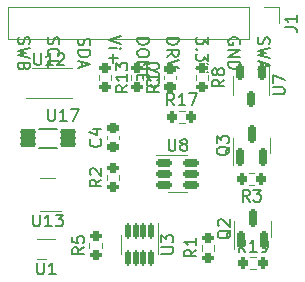
<source format=gto>
G04 #@! TF.GenerationSoftware,KiCad,Pcbnew,7.0.7*
G04 #@! TF.CreationDate,2024-04-02T12:53:20-04:00*
G04 #@! TF.ProjectId,sensor_node,73656e73-6f72-45f6-9e6f-64652e6b6963,rev?*
G04 #@! TF.SameCoordinates,Original*
G04 #@! TF.FileFunction,Legend,Top*
G04 #@! TF.FilePolarity,Positive*
%FSLAX46Y46*%
G04 Gerber Fmt 4.6, Leading zero omitted, Abs format (unit mm)*
G04 Created by KiCad (PCBNEW 7.0.7) date 2024-04-02 12:53:20*
%MOMM*%
%LPD*%
G01*
G04 APERTURE LIST*
G04 Aperture macros list*
%AMRoundRect*
0 Rectangle with rounded corners*
0 $1 Rounding radius*
0 $2 $3 $4 $5 $6 $7 $8 $9 X,Y pos of 4 corners*
0 Add a 4 corners polygon primitive as box body*
4,1,4,$2,$3,$4,$5,$6,$7,$8,$9,$2,$3,0*
0 Add four circle primitives for the rounded corners*
1,1,$1+$1,$2,$3*
1,1,$1+$1,$4,$5*
1,1,$1+$1,$6,$7*
1,1,$1+$1,$8,$9*
0 Add four rect primitives between the rounded corners*
20,1,$1+$1,$2,$3,$4,$5,0*
20,1,$1+$1,$4,$5,$6,$7,0*
20,1,$1+$1,$6,$7,$8,$9,0*
20,1,$1+$1,$8,$9,$2,$3,0*%
%AMFreePoly0*
4,1,6,0.500000,-0.850000,-0.500000,-0.850000,-0.500000,0.550000,-0.200000,0.850000,0.500000,0.850000,0.500000,-0.850000,0.500000,-0.850000,$1*%
G04 Aperture macros list end*
%ADD10C,0.150000*%
%ADD11C,0.120000*%
%ADD12C,0.127000*%
%ADD13C,0.200000*%
%ADD14RoundRect,0.200000X0.200000X0.275000X-0.200000X0.275000X-0.200000X-0.275000X0.200000X-0.275000X0*%
%ADD15R,1.200000X0.250000*%
%ADD16FreePoly0,180.000000*%
%ADD17R,1.000000X0.300000*%
%ADD18RoundRect,0.150000X0.150000X-0.587500X0.150000X0.587500X-0.150000X0.587500X-0.150000X-0.587500X0*%
%ADD19RoundRect,0.125000X-0.125000X0.537500X-0.125000X-0.537500X0.125000X-0.537500X0.125000X0.537500X0*%
%ADD20RoundRect,0.102000X-0.600000X-0.125000X0.600000X-0.125000X0.600000X0.125000X-0.600000X0.125000X0*%
%ADD21RoundRect,0.225000X0.250000X-0.225000X0.250000X0.225000X-0.250000X0.225000X-0.250000X-0.225000X0*%
%ADD22RoundRect,0.200000X0.275000X-0.200000X0.275000X0.200000X-0.275000X0.200000X-0.275000X-0.200000X0*%
%ADD23RoundRect,0.200000X-0.275000X0.200000X-0.275000X-0.200000X0.275000X-0.200000X0.275000X0.200000X0*%
%ADD24R,1.700000X1.700000*%
%ADD25O,1.700000X1.700000*%
%ADD26RoundRect,0.200000X-0.200000X-0.275000X0.200000X-0.275000X0.200000X0.275000X-0.200000X0.275000X0*%
%ADD27RoundRect,0.150000X-0.512500X-0.150000X0.512500X-0.150000X0.512500X0.150000X-0.512500X0.150000X0*%
%ADD28RoundRect,0.150000X-0.150000X0.512500X-0.150000X-0.512500X0.150000X-0.512500X0.150000X0.512500X0*%
%ADD29R,0.720000X0.600000*%
G04 APERTURE END LIST*
D10*
X94477800Y-70289160D02*
X94430180Y-70432017D01*
X94430180Y-70432017D02*
X94430180Y-70670112D01*
X94430180Y-70670112D02*
X94477800Y-70765350D01*
X94477800Y-70765350D02*
X94525419Y-70812969D01*
X94525419Y-70812969D02*
X94620657Y-70860588D01*
X94620657Y-70860588D02*
X94715895Y-70860588D01*
X94715895Y-70860588D02*
X94811133Y-70812969D01*
X94811133Y-70812969D02*
X94858752Y-70765350D01*
X94858752Y-70765350D02*
X94906371Y-70670112D01*
X94906371Y-70670112D02*
X94953990Y-70479636D01*
X94953990Y-70479636D02*
X95001609Y-70384398D01*
X95001609Y-70384398D02*
X95049228Y-70336779D01*
X95049228Y-70336779D02*
X95144466Y-70289160D01*
X95144466Y-70289160D02*
X95239704Y-70289160D01*
X95239704Y-70289160D02*
X95334942Y-70336779D01*
X95334942Y-70336779D02*
X95382561Y-70384398D01*
X95382561Y-70384398D02*
X95430180Y-70479636D01*
X95430180Y-70479636D02*
X95430180Y-70717731D01*
X95430180Y-70717731D02*
X95382561Y-70860588D01*
X94525419Y-71860588D02*
X94477800Y-71812969D01*
X94477800Y-71812969D02*
X94430180Y-71670112D01*
X94430180Y-71670112D02*
X94430180Y-71574874D01*
X94430180Y-71574874D02*
X94477800Y-71432017D01*
X94477800Y-71432017D02*
X94573038Y-71336779D01*
X94573038Y-71336779D02*
X94668276Y-71289160D01*
X94668276Y-71289160D02*
X94858752Y-71241541D01*
X94858752Y-71241541D02*
X95001609Y-71241541D01*
X95001609Y-71241541D02*
X95192085Y-71289160D01*
X95192085Y-71289160D02*
X95287323Y-71336779D01*
X95287323Y-71336779D02*
X95382561Y-71432017D01*
X95382561Y-71432017D02*
X95430180Y-71574874D01*
X95430180Y-71574874D02*
X95430180Y-71670112D01*
X95430180Y-71670112D02*
X95382561Y-71812969D01*
X95382561Y-71812969D02*
X95334942Y-71860588D01*
X94430180Y-72765350D02*
X94430180Y-72289160D01*
X94430180Y-72289160D02*
X95430180Y-72289160D01*
X108030180Y-70241541D02*
X108030180Y-70860588D01*
X108030180Y-70860588D02*
X107649228Y-70527255D01*
X107649228Y-70527255D02*
X107649228Y-70670112D01*
X107649228Y-70670112D02*
X107601609Y-70765350D01*
X107601609Y-70765350D02*
X107553990Y-70812969D01*
X107553990Y-70812969D02*
X107458752Y-70860588D01*
X107458752Y-70860588D02*
X107220657Y-70860588D01*
X107220657Y-70860588D02*
X107125419Y-70812969D01*
X107125419Y-70812969D02*
X107077800Y-70765350D01*
X107077800Y-70765350D02*
X107030180Y-70670112D01*
X107030180Y-70670112D02*
X107030180Y-70384398D01*
X107030180Y-70384398D02*
X107077800Y-70289160D01*
X107077800Y-70289160D02*
X107125419Y-70241541D01*
X107125419Y-71289160D02*
X107077800Y-71336779D01*
X107077800Y-71336779D02*
X107030180Y-71289160D01*
X107030180Y-71289160D02*
X107077800Y-71241541D01*
X107077800Y-71241541D02*
X107125419Y-71289160D01*
X107125419Y-71289160D02*
X107030180Y-71289160D01*
X108030180Y-71670112D02*
X108030180Y-72289159D01*
X108030180Y-72289159D02*
X107649228Y-71955826D01*
X107649228Y-71955826D02*
X107649228Y-72098683D01*
X107649228Y-72098683D02*
X107601609Y-72193921D01*
X107601609Y-72193921D02*
X107553990Y-72241540D01*
X107553990Y-72241540D02*
X107458752Y-72289159D01*
X107458752Y-72289159D02*
X107220657Y-72289159D01*
X107220657Y-72289159D02*
X107125419Y-72241540D01*
X107125419Y-72241540D02*
X107077800Y-72193921D01*
X107077800Y-72193921D02*
X107030180Y-72098683D01*
X107030180Y-72098683D02*
X107030180Y-71812969D01*
X107030180Y-71812969D02*
X107077800Y-71717731D01*
X107077800Y-71717731D02*
X107125419Y-71670112D01*
X108030180Y-72574874D02*
X107030180Y-72908207D01*
X107030180Y-72908207D02*
X108030180Y-73241540D01*
X112277800Y-70289160D02*
X112230180Y-70432017D01*
X112230180Y-70432017D02*
X112230180Y-70670112D01*
X112230180Y-70670112D02*
X112277800Y-70765350D01*
X112277800Y-70765350D02*
X112325419Y-70812969D01*
X112325419Y-70812969D02*
X112420657Y-70860588D01*
X112420657Y-70860588D02*
X112515895Y-70860588D01*
X112515895Y-70860588D02*
X112611133Y-70812969D01*
X112611133Y-70812969D02*
X112658752Y-70765350D01*
X112658752Y-70765350D02*
X112706371Y-70670112D01*
X112706371Y-70670112D02*
X112753990Y-70479636D01*
X112753990Y-70479636D02*
X112801609Y-70384398D01*
X112801609Y-70384398D02*
X112849228Y-70336779D01*
X112849228Y-70336779D02*
X112944466Y-70289160D01*
X112944466Y-70289160D02*
X113039704Y-70289160D01*
X113039704Y-70289160D02*
X113134942Y-70336779D01*
X113134942Y-70336779D02*
X113182561Y-70384398D01*
X113182561Y-70384398D02*
X113230180Y-70479636D01*
X113230180Y-70479636D02*
X113230180Y-70717731D01*
X113230180Y-70717731D02*
X113182561Y-70860588D01*
X113230180Y-71193922D02*
X112230180Y-71432017D01*
X112230180Y-71432017D02*
X112944466Y-71622493D01*
X112944466Y-71622493D02*
X112230180Y-71812969D01*
X112230180Y-71812969D02*
X113230180Y-72051065D01*
X112515895Y-72384398D02*
X112515895Y-72860588D01*
X112230180Y-72289160D02*
X113230180Y-72622493D01*
X113230180Y-72622493D02*
X112230180Y-72955826D01*
X91977800Y-70289160D02*
X91930180Y-70432017D01*
X91930180Y-70432017D02*
X91930180Y-70670112D01*
X91930180Y-70670112D02*
X91977800Y-70765350D01*
X91977800Y-70765350D02*
X92025419Y-70812969D01*
X92025419Y-70812969D02*
X92120657Y-70860588D01*
X92120657Y-70860588D02*
X92215895Y-70860588D01*
X92215895Y-70860588D02*
X92311133Y-70812969D01*
X92311133Y-70812969D02*
X92358752Y-70765350D01*
X92358752Y-70765350D02*
X92406371Y-70670112D01*
X92406371Y-70670112D02*
X92453990Y-70479636D01*
X92453990Y-70479636D02*
X92501609Y-70384398D01*
X92501609Y-70384398D02*
X92549228Y-70336779D01*
X92549228Y-70336779D02*
X92644466Y-70289160D01*
X92644466Y-70289160D02*
X92739704Y-70289160D01*
X92739704Y-70289160D02*
X92834942Y-70336779D01*
X92834942Y-70336779D02*
X92882561Y-70384398D01*
X92882561Y-70384398D02*
X92930180Y-70479636D01*
X92930180Y-70479636D02*
X92930180Y-70717731D01*
X92930180Y-70717731D02*
X92882561Y-70860588D01*
X92930180Y-71193922D02*
X91930180Y-71432017D01*
X91930180Y-71432017D02*
X92644466Y-71622493D01*
X92644466Y-71622493D02*
X91930180Y-71812969D01*
X91930180Y-71812969D02*
X92930180Y-72051065D01*
X92453990Y-72765350D02*
X92406371Y-72908207D01*
X92406371Y-72908207D02*
X92358752Y-72955826D01*
X92358752Y-72955826D02*
X92263514Y-73003445D01*
X92263514Y-73003445D02*
X92120657Y-73003445D01*
X92120657Y-73003445D02*
X92025419Y-72955826D01*
X92025419Y-72955826D02*
X91977800Y-72908207D01*
X91977800Y-72908207D02*
X91930180Y-72812969D01*
X91930180Y-72812969D02*
X91930180Y-72432017D01*
X91930180Y-72432017D02*
X92930180Y-72432017D01*
X92930180Y-72432017D02*
X92930180Y-72765350D01*
X92930180Y-72765350D02*
X92882561Y-72860588D01*
X92882561Y-72860588D02*
X92834942Y-72908207D01*
X92834942Y-72908207D02*
X92739704Y-72955826D01*
X92739704Y-72955826D02*
X92644466Y-72955826D01*
X92644466Y-72955826D02*
X92549228Y-72908207D01*
X92549228Y-72908207D02*
X92501609Y-72860588D01*
X92501609Y-72860588D02*
X92453990Y-72765350D01*
X92453990Y-72765350D02*
X92453990Y-72432017D01*
X102030180Y-70336779D02*
X103030180Y-70336779D01*
X103030180Y-70336779D02*
X103030180Y-70574874D01*
X103030180Y-70574874D02*
X102982561Y-70717731D01*
X102982561Y-70717731D02*
X102887323Y-70812969D01*
X102887323Y-70812969D02*
X102792085Y-70860588D01*
X102792085Y-70860588D02*
X102601609Y-70908207D01*
X102601609Y-70908207D02*
X102458752Y-70908207D01*
X102458752Y-70908207D02*
X102268276Y-70860588D01*
X102268276Y-70860588D02*
X102173038Y-70812969D01*
X102173038Y-70812969D02*
X102077800Y-70717731D01*
X102077800Y-70717731D02*
X102030180Y-70574874D01*
X102030180Y-70574874D02*
X102030180Y-70336779D01*
X103030180Y-71527255D02*
X103030180Y-71717731D01*
X103030180Y-71717731D02*
X102982561Y-71812969D01*
X102982561Y-71812969D02*
X102887323Y-71908207D01*
X102887323Y-71908207D02*
X102696847Y-71955826D01*
X102696847Y-71955826D02*
X102363514Y-71955826D01*
X102363514Y-71955826D02*
X102173038Y-71908207D01*
X102173038Y-71908207D02*
X102077800Y-71812969D01*
X102077800Y-71812969D02*
X102030180Y-71717731D01*
X102030180Y-71717731D02*
X102030180Y-71527255D01*
X102030180Y-71527255D02*
X102077800Y-71432017D01*
X102077800Y-71432017D02*
X102173038Y-71336779D01*
X102173038Y-71336779D02*
X102363514Y-71289160D01*
X102363514Y-71289160D02*
X102696847Y-71289160D01*
X102696847Y-71289160D02*
X102887323Y-71336779D01*
X102887323Y-71336779D02*
X102982561Y-71432017D01*
X102982561Y-71432017D02*
X103030180Y-71527255D01*
X102030180Y-72384398D02*
X103030180Y-72384398D01*
X103030180Y-72384398D02*
X102030180Y-72955826D01*
X102030180Y-72955826D02*
X103030180Y-72955826D01*
X102553990Y-73432017D02*
X102553990Y-73765350D01*
X102030180Y-73908207D02*
X102030180Y-73432017D01*
X102030180Y-73432017D02*
X103030180Y-73432017D01*
X103030180Y-73432017D02*
X103030180Y-73908207D01*
X110682561Y-70860588D02*
X110730180Y-70765350D01*
X110730180Y-70765350D02*
X110730180Y-70622493D01*
X110730180Y-70622493D02*
X110682561Y-70479636D01*
X110682561Y-70479636D02*
X110587323Y-70384398D01*
X110587323Y-70384398D02*
X110492085Y-70336779D01*
X110492085Y-70336779D02*
X110301609Y-70289160D01*
X110301609Y-70289160D02*
X110158752Y-70289160D01*
X110158752Y-70289160D02*
X109968276Y-70336779D01*
X109968276Y-70336779D02*
X109873038Y-70384398D01*
X109873038Y-70384398D02*
X109777800Y-70479636D01*
X109777800Y-70479636D02*
X109730180Y-70622493D01*
X109730180Y-70622493D02*
X109730180Y-70717731D01*
X109730180Y-70717731D02*
X109777800Y-70860588D01*
X109777800Y-70860588D02*
X109825419Y-70908207D01*
X109825419Y-70908207D02*
X110158752Y-70908207D01*
X110158752Y-70908207D02*
X110158752Y-70717731D01*
X109730180Y-71336779D02*
X110730180Y-71336779D01*
X110730180Y-71336779D02*
X109730180Y-71908207D01*
X109730180Y-71908207D02*
X110730180Y-71908207D01*
X109730180Y-72384398D02*
X110730180Y-72384398D01*
X110730180Y-72384398D02*
X110730180Y-72622493D01*
X110730180Y-72622493D02*
X110682561Y-72765350D01*
X110682561Y-72765350D02*
X110587323Y-72860588D01*
X110587323Y-72860588D02*
X110492085Y-72908207D01*
X110492085Y-72908207D02*
X110301609Y-72955826D01*
X110301609Y-72955826D02*
X110158752Y-72955826D01*
X110158752Y-72955826D02*
X109968276Y-72908207D01*
X109968276Y-72908207D02*
X109873038Y-72860588D01*
X109873038Y-72860588D02*
X109777800Y-72765350D01*
X109777800Y-72765350D02*
X109730180Y-72622493D01*
X109730180Y-72622493D02*
X109730180Y-72384398D01*
X104530180Y-70336779D02*
X105530180Y-70336779D01*
X105530180Y-70336779D02*
X105530180Y-70574874D01*
X105530180Y-70574874D02*
X105482561Y-70717731D01*
X105482561Y-70717731D02*
X105387323Y-70812969D01*
X105387323Y-70812969D02*
X105292085Y-70860588D01*
X105292085Y-70860588D02*
X105101609Y-70908207D01*
X105101609Y-70908207D02*
X104958752Y-70908207D01*
X104958752Y-70908207D02*
X104768276Y-70860588D01*
X104768276Y-70860588D02*
X104673038Y-70812969D01*
X104673038Y-70812969D02*
X104577800Y-70717731D01*
X104577800Y-70717731D02*
X104530180Y-70574874D01*
X104530180Y-70574874D02*
X104530180Y-70336779D01*
X104530180Y-71908207D02*
X105006371Y-71574874D01*
X104530180Y-71336779D02*
X105530180Y-71336779D01*
X105530180Y-71336779D02*
X105530180Y-71717731D01*
X105530180Y-71717731D02*
X105482561Y-71812969D01*
X105482561Y-71812969D02*
X105434942Y-71860588D01*
X105434942Y-71860588D02*
X105339704Y-71908207D01*
X105339704Y-71908207D02*
X105196847Y-71908207D01*
X105196847Y-71908207D02*
X105101609Y-71860588D01*
X105101609Y-71860588D02*
X105053990Y-71812969D01*
X105053990Y-71812969D02*
X105006371Y-71717731D01*
X105006371Y-71717731D02*
X105006371Y-71336779D01*
X105530180Y-72193922D02*
X104530180Y-72527255D01*
X104530180Y-72527255D02*
X105530180Y-72860588D01*
X97077800Y-70389160D02*
X97030180Y-70532017D01*
X97030180Y-70532017D02*
X97030180Y-70770112D01*
X97030180Y-70770112D02*
X97077800Y-70865350D01*
X97077800Y-70865350D02*
X97125419Y-70912969D01*
X97125419Y-70912969D02*
X97220657Y-70960588D01*
X97220657Y-70960588D02*
X97315895Y-70960588D01*
X97315895Y-70960588D02*
X97411133Y-70912969D01*
X97411133Y-70912969D02*
X97458752Y-70865350D01*
X97458752Y-70865350D02*
X97506371Y-70770112D01*
X97506371Y-70770112D02*
X97553990Y-70579636D01*
X97553990Y-70579636D02*
X97601609Y-70484398D01*
X97601609Y-70484398D02*
X97649228Y-70436779D01*
X97649228Y-70436779D02*
X97744466Y-70389160D01*
X97744466Y-70389160D02*
X97839704Y-70389160D01*
X97839704Y-70389160D02*
X97934942Y-70436779D01*
X97934942Y-70436779D02*
X97982561Y-70484398D01*
X97982561Y-70484398D02*
X98030180Y-70579636D01*
X98030180Y-70579636D02*
X98030180Y-70817731D01*
X98030180Y-70817731D02*
X97982561Y-70960588D01*
X97030180Y-71389160D02*
X98030180Y-71389160D01*
X98030180Y-71389160D02*
X98030180Y-71627255D01*
X98030180Y-71627255D02*
X97982561Y-71770112D01*
X97982561Y-71770112D02*
X97887323Y-71865350D01*
X97887323Y-71865350D02*
X97792085Y-71912969D01*
X97792085Y-71912969D02*
X97601609Y-71960588D01*
X97601609Y-71960588D02*
X97458752Y-71960588D01*
X97458752Y-71960588D02*
X97268276Y-71912969D01*
X97268276Y-71912969D02*
X97173038Y-71865350D01*
X97173038Y-71865350D02*
X97077800Y-71770112D01*
X97077800Y-71770112D02*
X97030180Y-71627255D01*
X97030180Y-71627255D02*
X97030180Y-71389160D01*
X97315895Y-72341541D02*
X97315895Y-72817731D01*
X97030180Y-72246303D02*
X98030180Y-72579636D01*
X98030180Y-72579636D02*
X97030180Y-72912969D01*
X100630180Y-70193922D02*
X99630180Y-70527255D01*
X99630180Y-70527255D02*
X100630180Y-70860588D01*
X99630180Y-71193922D02*
X100296847Y-71193922D01*
X100630180Y-71193922D02*
X100582561Y-71146303D01*
X100582561Y-71146303D02*
X100534942Y-71193922D01*
X100534942Y-71193922D02*
X100582561Y-71241541D01*
X100582561Y-71241541D02*
X100630180Y-71193922D01*
X100630180Y-71193922D02*
X100534942Y-71193922D01*
X100011133Y-71670112D02*
X100011133Y-72432017D01*
X99630180Y-72051064D02*
X100392085Y-72051064D01*
X111533333Y-84184819D02*
X111200000Y-83708628D01*
X110961905Y-84184819D02*
X110961905Y-83184819D01*
X110961905Y-83184819D02*
X111342857Y-83184819D01*
X111342857Y-83184819D02*
X111438095Y-83232438D01*
X111438095Y-83232438D02*
X111485714Y-83280057D01*
X111485714Y-83280057D02*
X111533333Y-83375295D01*
X111533333Y-83375295D02*
X111533333Y-83518152D01*
X111533333Y-83518152D02*
X111485714Y-83613390D01*
X111485714Y-83613390D02*
X111438095Y-83661009D01*
X111438095Y-83661009D02*
X111342857Y-83708628D01*
X111342857Y-83708628D02*
X110961905Y-83708628D01*
X111866667Y-83184819D02*
X112485714Y-83184819D01*
X112485714Y-83184819D02*
X112152381Y-83565771D01*
X112152381Y-83565771D02*
X112295238Y-83565771D01*
X112295238Y-83565771D02*
X112390476Y-83613390D01*
X112390476Y-83613390D02*
X112438095Y-83661009D01*
X112438095Y-83661009D02*
X112485714Y-83756247D01*
X112485714Y-83756247D02*
X112485714Y-83994342D01*
X112485714Y-83994342D02*
X112438095Y-84089580D01*
X112438095Y-84089580D02*
X112390476Y-84137200D01*
X112390476Y-84137200D02*
X112295238Y-84184819D01*
X112295238Y-84184819D02*
X112009524Y-84184819D01*
X112009524Y-84184819D02*
X111914286Y-84137200D01*
X111914286Y-84137200D02*
X111866667Y-84089580D01*
X93201274Y-85286818D02*
X93201274Y-86096341D01*
X93201274Y-86096341D02*
X93248893Y-86191579D01*
X93248893Y-86191579D02*
X93296512Y-86239199D01*
X93296512Y-86239199D02*
X93391750Y-86286818D01*
X93391750Y-86286818D02*
X93582226Y-86286818D01*
X93582226Y-86286818D02*
X93677464Y-86239199D01*
X93677464Y-86239199D02*
X93725083Y-86191579D01*
X93725083Y-86191579D02*
X93772702Y-86096341D01*
X93772702Y-86096341D02*
X93772702Y-85286818D01*
X94772702Y-86286818D02*
X94201274Y-86286818D01*
X94486988Y-86286818D02*
X94486988Y-85286818D01*
X94486988Y-85286818D02*
X94391750Y-85429675D01*
X94391750Y-85429675D02*
X94296512Y-85524913D01*
X94296512Y-85524913D02*
X94201274Y-85572532D01*
X95106036Y-85286818D02*
X95725083Y-85286818D01*
X95725083Y-85286818D02*
X95391750Y-85667770D01*
X95391750Y-85667770D02*
X95534607Y-85667770D01*
X95534607Y-85667770D02*
X95629845Y-85715389D01*
X95629845Y-85715389D02*
X95677464Y-85763008D01*
X95677464Y-85763008D02*
X95725083Y-85858246D01*
X95725083Y-85858246D02*
X95725083Y-86096341D01*
X95725083Y-86096341D02*
X95677464Y-86191579D01*
X95677464Y-86191579D02*
X95629845Y-86239199D01*
X95629845Y-86239199D02*
X95534607Y-86286818D01*
X95534607Y-86286818D02*
X95248893Y-86286818D01*
X95248893Y-86286818D02*
X95153655Y-86239199D01*
X95153655Y-86239199D02*
X95106036Y-86191579D01*
X93538095Y-89354819D02*
X93538095Y-90164342D01*
X93538095Y-90164342D02*
X93585714Y-90259580D01*
X93585714Y-90259580D02*
X93633333Y-90307200D01*
X93633333Y-90307200D02*
X93728571Y-90354819D01*
X93728571Y-90354819D02*
X93919047Y-90354819D01*
X93919047Y-90354819D02*
X94014285Y-90307200D01*
X94014285Y-90307200D02*
X94061904Y-90259580D01*
X94061904Y-90259580D02*
X94109523Y-90164342D01*
X94109523Y-90164342D02*
X94109523Y-89354819D01*
X95109523Y-90354819D02*
X94538095Y-90354819D01*
X94823809Y-90354819D02*
X94823809Y-89354819D01*
X94823809Y-89354819D02*
X94728571Y-89497676D01*
X94728571Y-89497676D02*
X94633333Y-89592914D01*
X94633333Y-89592914D02*
X94538095Y-89640533D01*
X109850057Y-79532738D02*
X109802438Y-79627976D01*
X109802438Y-79627976D02*
X109707200Y-79723214D01*
X109707200Y-79723214D02*
X109564342Y-79866071D01*
X109564342Y-79866071D02*
X109516723Y-79961309D01*
X109516723Y-79961309D02*
X109516723Y-80056547D01*
X109754819Y-80008928D02*
X109707200Y-80104166D01*
X109707200Y-80104166D02*
X109611961Y-80199404D01*
X109611961Y-80199404D02*
X109421485Y-80247023D01*
X109421485Y-80247023D02*
X109088152Y-80247023D01*
X109088152Y-80247023D02*
X108897676Y-80199404D01*
X108897676Y-80199404D02*
X108802438Y-80104166D01*
X108802438Y-80104166D02*
X108754819Y-80008928D01*
X108754819Y-80008928D02*
X108754819Y-79818452D01*
X108754819Y-79818452D02*
X108802438Y-79723214D01*
X108802438Y-79723214D02*
X108897676Y-79627976D01*
X108897676Y-79627976D02*
X109088152Y-79580357D01*
X109088152Y-79580357D02*
X109421485Y-79580357D01*
X109421485Y-79580357D02*
X109611961Y-79627976D01*
X109611961Y-79627976D02*
X109707200Y-79723214D01*
X109707200Y-79723214D02*
X109754819Y-79818452D01*
X109754819Y-79818452D02*
X109754819Y-80008928D01*
X108754819Y-79247023D02*
X108754819Y-78627976D01*
X108754819Y-78627976D02*
X109135771Y-78961309D01*
X109135771Y-78961309D02*
X109135771Y-78818452D01*
X109135771Y-78818452D02*
X109183390Y-78723214D01*
X109183390Y-78723214D02*
X109231009Y-78675595D01*
X109231009Y-78675595D02*
X109326247Y-78627976D01*
X109326247Y-78627976D02*
X109564342Y-78627976D01*
X109564342Y-78627976D02*
X109659580Y-78675595D01*
X109659580Y-78675595D02*
X109707200Y-78723214D01*
X109707200Y-78723214D02*
X109754819Y-78818452D01*
X109754819Y-78818452D02*
X109754819Y-79104166D01*
X109754819Y-79104166D02*
X109707200Y-79199404D01*
X109707200Y-79199404D02*
X109659580Y-79247023D01*
X104069190Y-88593903D02*
X104878713Y-88593903D01*
X104878713Y-88593903D02*
X104973951Y-88546284D01*
X104973951Y-88546284D02*
X105021571Y-88498665D01*
X105021571Y-88498665D02*
X105069190Y-88403427D01*
X105069190Y-88403427D02*
X105069190Y-88212951D01*
X105069190Y-88212951D02*
X105021571Y-88117713D01*
X105021571Y-88117713D02*
X104973951Y-88070094D01*
X104973951Y-88070094D02*
X104878713Y-88022475D01*
X104878713Y-88022475D02*
X104069190Y-88022475D01*
X104069190Y-87641522D02*
X104069190Y-87022475D01*
X104069190Y-87022475D02*
X104450142Y-87355808D01*
X104450142Y-87355808D02*
X104450142Y-87212951D01*
X104450142Y-87212951D02*
X104497761Y-87117713D01*
X104497761Y-87117713D02*
X104545380Y-87070094D01*
X104545380Y-87070094D02*
X104640618Y-87022475D01*
X104640618Y-87022475D02*
X104878713Y-87022475D01*
X104878713Y-87022475D02*
X104973951Y-87070094D01*
X104973951Y-87070094D02*
X105021571Y-87117713D01*
X105021571Y-87117713D02*
X105069190Y-87212951D01*
X105069190Y-87212951D02*
X105069190Y-87498665D01*
X105069190Y-87498665D02*
X105021571Y-87593903D01*
X105021571Y-87593903D02*
X104973951Y-87641522D01*
X94476251Y-76348644D02*
X94476251Y-77159206D01*
X94476251Y-77159206D02*
X94523931Y-77254566D01*
X94523931Y-77254566D02*
X94571612Y-77302247D01*
X94571612Y-77302247D02*
X94666972Y-77349927D01*
X94666972Y-77349927D02*
X94857692Y-77349927D01*
X94857692Y-77349927D02*
X94953053Y-77302247D01*
X94953053Y-77302247D02*
X95000733Y-77254566D01*
X95000733Y-77254566D02*
X95048413Y-77159206D01*
X95048413Y-77159206D02*
X95048413Y-76348644D01*
X96049696Y-77349927D02*
X95477534Y-77349927D01*
X95763615Y-77349927D02*
X95763615Y-76348644D01*
X95763615Y-76348644D02*
X95668255Y-76491684D01*
X95668255Y-76491684D02*
X95572894Y-76587044D01*
X95572894Y-76587044D02*
X95477534Y-76634725D01*
X96383457Y-76348644D02*
X97050979Y-76348644D01*
X97050979Y-76348644D02*
X96621858Y-77349927D01*
X103729580Y-73866666D02*
X103777200Y-73914285D01*
X103777200Y-73914285D02*
X103824819Y-74057142D01*
X103824819Y-74057142D02*
X103824819Y-74152380D01*
X103824819Y-74152380D02*
X103777200Y-74295237D01*
X103777200Y-74295237D02*
X103681961Y-74390475D01*
X103681961Y-74390475D02*
X103586723Y-74438094D01*
X103586723Y-74438094D02*
X103396247Y-74485713D01*
X103396247Y-74485713D02*
X103253390Y-74485713D01*
X103253390Y-74485713D02*
X103062914Y-74438094D01*
X103062914Y-74438094D02*
X102967676Y-74390475D01*
X102967676Y-74390475D02*
X102872438Y-74295237D01*
X102872438Y-74295237D02*
X102824819Y-74152380D01*
X102824819Y-74152380D02*
X102824819Y-74057142D01*
X102824819Y-74057142D02*
X102872438Y-73914285D01*
X102872438Y-73914285D02*
X102920057Y-73866666D01*
X102824819Y-73533332D02*
X102824819Y-72866666D01*
X102824819Y-72866666D02*
X103824819Y-73295237D01*
X107024819Y-88266666D02*
X106548628Y-88599999D01*
X107024819Y-88838094D02*
X106024819Y-88838094D01*
X106024819Y-88838094D02*
X106024819Y-88457142D01*
X106024819Y-88457142D02*
X106072438Y-88361904D01*
X106072438Y-88361904D02*
X106120057Y-88314285D01*
X106120057Y-88314285D02*
X106215295Y-88266666D01*
X106215295Y-88266666D02*
X106358152Y-88266666D01*
X106358152Y-88266666D02*
X106453390Y-88314285D01*
X106453390Y-88314285D02*
X106501009Y-88361904D01*
X106501009Y-88361904D02*
X106548628Y-88457142D01*
X106548628Y-88457142D02*
X106548628Y-88838094D01*
X107024819Y-87314285D02*
X107024819Y-87885713D01*
X107024819Y-87599999D02*
X106024819Y-87599999D01*
X106024819Y-87599999D02*
X106167676Y-87695237D01*
X106167676Y-87695237D02*
X106262914Y-87790475D01*
X106262914Y-87790475D02*
X106310533Y-87885713D01*
X103884819Y-74342857D02*
X103408628Y-74676190D01*
X103884819Y-74914285D02*
X102884819Y-74914285D01*
X102884819Y-74914285D02*
X102884819Y-74533333D01*
X102884819Y-74533333D02*
X102932438Y-74438095D01*
X102932438Y-74438095D02*
X102980057Y-74390476D01*
X102980057Y-74390476D02*
X103075295Y-74342857D01*
X103075295Y-74342857D02*
X103218152Y-74342857D01*
X103218152Y-74342857D02*
X103313390Y-74390476D01*
X103313390Y-74390476D02*
X103361009Y-74438095D01*
X103361009Y-74438095D02*
X103408628Y-74533333D01*
X103408628Y-74533333D02*
X103408628Y-74914285D01*
X103884819Y-73390476D02*
X103884819Y-73961904D01*
X103884819Y-73676190D02*
X102884819Y-73676190D01*
X102884819Y-73676190D02*
X103027676Y-73771428D01*
X103027676Y-73771428D02*
X103122914Y-73866666D01*
X103122914Y-73866666D02*
X103170533Y-73961904D01*
X102884819Y-72771428D02*
X102884819Y-72676190D01*
X102884819Y-72676190D02*
X102932438Y-72580952D01*
X102932438Y-72580952D02*
X102980057Y-72533333D01*
X102980057Y-72533333D02*
X103075295Y-72485714D01*
X103075295Y-72485714D02*
X103265771Y-72438095D01*
X103265771Y-72438095D02*
X103503866Y-72438095D01*
X103503866Y-72438095D02*
X103694342Y-72485714D01*
X103694342Y-72485714D02*
X103789580Y-72533333D01*
X103789580Y-72533333D02*
X103837200Y-72580952D01*
X103837200Y-72580952D02*
X103884819Y-72676190D01*
X103884819Y-72676190D02*
X103884819Y-72771428D01*
X103884819Y-72771428D02*
X103837200Y-72866666D01*
X103837200Y-72866666D02*
X103789580Y-72914285D01*
X103789580Y-72914285D02*
X103694342Y-72961904D01*
X103694342Y-72961904D02*
X103503866Y-73009523D01*
X103503866Y-73009523D02*
X103265771Y-73009523D01*
X103265771Y-73009523D02*
X103075295Y-72961904D01*
X103075295Y-72961904D02*
X102980057Y-72914285D01*
X102980057Y-72914285D02*
X102932438Y-72866666D01*
X102932438Y-72866666D02*
X102884819Y-72771428D01*
X114514188Y-69415331D02*
X115228473Y-69415331D01*
X115228473Y-69415331D02*
X115371330Y-69462950D01*
X115371330Y-69462950D02*
X115466569Y-69558188D01*
X115466569Y-69558188D02*
X115514188Y-69701045D01*
X115514188Y-69701045D02*
X115514188Y-69796283D01*
X115514188Y-68415331D02*
X115514188Y-68986759D01*
X115514188Y-68701045D02*
X114514188Y-68701045D01*
X114514188Y-68701045D02*
X114657045Y-68796283D01*
X114657045Y-68796283D02*
X114752283Y-68891521D01*
X114752283Y-68891521D02*
X114799902Y-68986759D01*
X105146509Y-76031815D02*
X104813176Y-75555624D01*
X104575081Y-76031815D02*
X104575081Y-75031815D01*
X104575081Y-75031815D02*
X104956033Y-75031815D01*
X104956033Y-75031815D02*
X105051271Y-75079434D01*
X105051271Y-75079434D02*
X105098890Y-75127053D01*
X105098890Y-75127053D02*
X105146509Y-75222291D01*
X105146509Y-75222291D02*
X105146509Y-75365148D01*
X105146509Y-75365148D02*
X105098890Y-75460386D01*
X105098890Y-75460386D02*
X105051271Y-75508005D01*
X105051271Y-75508005D02*
X104956033Y-75555624D01*
X104956033Y-75555624D02*
X104575081Y-75555624D01*
X106098890Y-76031815D02*
X105527462Y-76031815D01*
X105813176Y-76031815D02*
X105813176Y-75031815D01*
X105813176Y-75031815D02*
X105717938Y-75174672D01*
X105717938Y-75174672D02*
X105622700Y-75269910D01*
X105622700Y-75269910D02*
X105527462Y-75317529D01*
X106432224Y-75031815D02*
X107098890Y-75031815D01*
X107098890Y-75031815D02*
X106670319Y-76031815D01*
X98986686Y-82323665D02*
X98510495Y-82656998D01*
X98986686Y-82895093D02*
X97986686Y-82895093D01*
X97986686Y-82895093D02*
X97986686Y-82514141D01*
X97986686Y-82514141D02*
X98034305Y-82418903D01*
X98034305Y-82418903D02*
X98081924Y-82371284D01*
X98081924Y-82371284D02*
X98177162Y-82323665D01*
X98177162Y-82323665D02*
X98320019Y-82323665D01*
X98320019Y-82323665D02*
X98415257Y-82371284D01*
X98415257Y-82371284D02*
X98462876Y-82418903D01*
X98462876Y-82418903D02*
X98510495Y-82514141D01*
X98510495Y-82514141D02*
X98510495Y-82895093D01*
X98081924Y-81942712D02*
X98034305Y-81895093D01*
X98034305Y-81895093D02*
X97986686Y-81799855D01*
X97986686Y-81799855D02*
X97986686Y-81561760D01*
X97986686Y-81561760D02*
X98034305Y-81466522D01*
X98034305Y-81466522D02*
X98081924Y-81418903D01*
X98081924Y-81418903D02*
X98177162Y-81371284D01*
X98177162Y-81371284D02*
X98272400Y-81371284D01*
X98272400Y-81371284D02*
X98415257Y-81418903D01*
X98415257Y-81418903D02*
X98986686Y-81990331D01*
X98986686Y-81990331D02*
X98986686Y-81371284D01*
X104677464Y-78886817D02*
X104677464Y-79696340D01*
X104677464Y-79696340D02*
X104725083Y-79791578D01*
X104725083Y-79791578D02*
X104772702Y-79839198D01*
X104772702Y-79839198D02*
X104867940Y-79886817D01*
X104867940Y-79886817D02*
X105058416Y-79886817D01*
X105058416Y-79886817D02*
X105153654Y-79839198D01*
X105153654Y-79839198D02*
X105201273Y-79791578D01*
X105201273Y-79791578D02*
X105248892Y-79696340D01*
X105248892Y-79696340D02*
X105248892Y-78886817D01*
X105867940Y-79315388D02*
X105772702Y-79267769D01*
X105772702Y-79267769D02*
X105725083Y-79220150D01*
X105725083Y-79220150D02*
X105677464Y-79124912D01*
X105677464Y-79124912D02*
X105677464Y-79077293D01*
X105677464Y-79077293D02*
X105725083Y-78982055D01*
X105725083Y-78982055D02*
X105772702Y-78934436D01*
X105772702Y-78934436D02*
X105867940Y-78886817D01*
X105867940Y-78886817D02*
X106058416Y-78886817D01*
X106058416Y-78886817D02*
X106153654Y-78934436D01*
X106153654Y-78934436D02*
X106201273Y-78982055D01*
X106201273Y-78982055D02*
X106248892Y-79077293D01*
X106248892Y-79077293D02*
X106248892Y-79124912D01*
X106248892Y-79124912D02*
X106201273Y-79220150D01*
X106201273Y-79220150D02*
X106153654Y-79267769D01*
X106153654Y-79267769D02*
X106058416Y-79315388D01*
X106058416Y-79315388D02*
X105867940Y-79315388D01*
X105867940Y-79315388D02*
X105772702Y-79363007D01*
X105772702Y-79363007D02*
X105725083Y-79410626D01*
X105725083Y-79410626D02*
X105677464Y-79505864D01*
X105677464Y-79505864D02*
X105677464Y-79696340D01*
X105677464Y-79696340D02*
X105725083Y-79791578D01*
X105725083Y-79791578D02*
X105772702Y-79839198D01*
X105772702Y-79839198D02*
X105867940Y-79886817D01*
X105867940Y-79886817D02*
X106058416Y-79886817D01*
X106058416Y-79886817D02*
X106153654Y-79839198D01*
X106153654Y-79839198D02*
X106201273Y-79791578D01*
X106201273Y-79791578D02*
X106248892Y-79696340D01*
X106248892Y-79696340D02*
X106248892Y-79505864D01*
X106248892Y-79505864D02*
X106201273Y-79410626D01*
X106201273Y-79410626D02*
X106153654Y-79363007D01*
X106153654Y-79363007D02*
X106058416Y-79315388D01*
X101184819Y-74342857D02*
X100708628Y-74676190D01*
X101184819Y-74914285D02*
X100184819Y-74914285D01*
X100184819Y-74914285D02*
X100184819Y-74533333D01*
X100184819Y-74533333D02*
X100232438Y-74438095D01*
X100232438Y-74438095D02*
X100280057Y-74390476D01*
X100280057Y-74390476D02*
X100375295Y-74342857D01*
X100375295Y-74342857D02*
X100518152Y-74342857D01*
X100518152Y-74342857D02*
X100613390Y-74390476D01*
X100613390Y-74390476D02*
X100661009Y-74438095D01*
X100661009Y-74438095D02*
X100708628Y-74533333D01*
X100708628Y-74533333D02*
X100708628Y-74914285D01*
X101184819Y-73390476D02*
X101184819Y-73961904D01*
X101184819Y-73676190D02*
X100184819Y-73676190D01*
X100184819Y-73676190D02*
X100327676Y-73771428D01*
X100327676Y-73771428D02*
X100422914Y-73866666D01*
X100422914Y-73866666D02*
X100470533Y-73961904D01*
X100184819Y-73057142D02*
X100184819Y-72438095D01*
X100184819Y-72438095D02*
X100565771Y-72771428D01*
X100565771Y-72771428D02*
X100565771Y-72628571D01*
X100565771Y-72628571D02*
X100613390Y-72533333D01*
X100613390Y-72533333D02*
X100661009Y-72485714D01*
X100661009Y-72485714D02*
X100756247Y-72438095D01*
X100756247Y-72438095D02*
X100994342Y-72438095D01*
X100994342Y-72438095D02*
X101089580Y-72485714D01*
X101089580Y-72485714D02*
X101137200Y-72533333D01*
X101137200Y-72533333D02*
X101184819Y-72628571D01*
X101184819Y-72628571D02*
X101184819Y-72914285D01*
X101184819Y-72914285D02*
X101137200Y-73009523D01*
X101137200Y-73009523D02*
X101089580Y-73057142D01*
X109384819Y-73866666D02*
X108908628Y-74199999D01*
X109384819Y-74438094D02*
X108384819Y-74438094D01*
X108384819Y-74438094D02*
X108384819Y-74057142D01*
X108384819Y-74057142D02*
X108432438Y-73961904D01*
X108432438Y-73961904D02*
X108480057Y-73914285D01*
X108480057Y-73914285D02*
X108575295Y-73866666D01*
X108575295Y-73866666D02*
X108718152Y-73866666D01*
X108718152Y-73866666D02*
X108813390Y-73914285D01*
X108813390Y-73914285D02*
X108861009Y-73961904D01*
X108861009Y-73961904D02*
X108908628Y-74057142D01*
X108908628Y-74057142D02*
X108908628Y-74438094D01*
X108813390Y-73295237D02*
X108765771Y-73390475D01*
X108765771Y-73390475D02*
X108718152Y-73438094D01*
X108718152Y-73438094D02*
X108622914Y-73485713D01*
X108622914Y-73485713D02*
X108575295Y-73485713D01*
X108575295Y-73485713D02*
X108480057Y-73438094D01*
X108480057Y-73438094D02*
X108432438Y-73390475D01*
X108432438Y-73390475D02*
X108384819Y-73295237D01*
X108384819Y-73295237D02*
X108384819Y-73104761D01*
X108384819Y-73104761D02*
X108432438Y-73009523D01*
X108432438Y-73009523D02*
X108480057Y-72961904D01*
X108480057Y-72961904D02*
X108575295Y-72914285D01*
X108575295Y-72914285D02*
X108622914Y-72914285D01*
X108622914Y-72914285D02*
X108718152Y-72961904D01*
X108718152Y-72961904D02*
X108765771Y-73009523D01*
X108765771Y-73009523D02*
X108813390Y-73104761D01*
X108813390Y-73104761D02*
X108813390Y-73295237D01*
X108813390Y-73295237D02*
X108861009Y-73390475D01*
X108861009Y-73390475D02*
X108908628Y-73438094D01*
X108908628Y-73438094D02*
X109003866Y-73485713D01*
X109003866Y-73485713D02*
X109194342Y-73485713D01*
X109194342Y-73485713D02*
X109289580Y-73438094D01*
X109289580Y-73438094D02*
X109337200Y-73390475D01*
X109337200Y-73390475D02*
X109384819Y-73295237D01*
X109384819Y-73295237D02*
X109384819Y-73104761D01*
X109384819Y-73104761D02*
X109337200Y-73009523D01*
X109337200Y-73009523D02*
X109289580Y-72961904D01*
X109289580Y-72961904D02*
X109194342Y-72914285D01*
X109194342Y-72914285D02*
X109003866Y-72914285D01*
X109003866Y-72914285D02*
X108908628Y-72961904D01*
X108908628Y-72961904D02*
X108861009Y-73009523D01*
X108861009Y-73009523D02*
X108813390Y-73104761D01*
X113504816Y-75099405D02*
X114314339Y-75099405D01*
X114314339Y-75099405D02*
X114409577Y-75051786D01*
X114409577Y-75051786D02*
X114457197Y-75004167D01*
X114457197Y-75004167D02*
X114504816Y-74908929D01*
X114504816Y-74908929D02*
X114504816Y-74718453D01*
X114504816Y-74718453D02*
X114457197Y-74623215D01*
X114457197Y-74623215D02*
X114409577Y-74575596D01*
X114409577Y-74575596D02*
X114314339Y-74527977D01*
X114314339Y-74527977D02*
X113504816Y-74527977D01*
X113504816Y-74147024D02*
X113504816Y-73480358D01*
X113504816Y-73480358D02*
X114504816Y-73908929D01*
X109950056Y-86595238D02*
X109902437Y-86690476D01*
X109902437Y-86690476D02*
X109807199Y-86785714D01*
X109807199Y-86785714D02*
X109664341Y-86928571D01*
X109664341Y-86928571D02*
X109616722Y-87023809D01*
X109616722Y-87023809D02*
X109616722Y-87119047D01*
X109854818Y-87071428D02*
X109807199Y-87166666D01*
X109807199Y-87166666D02*
X109711960Y-87261904D01*
X109711960Y-87261904D02*
X109521484Y-87309523D01*
X109521484Y-87309523D02*
X109188151Y-87309523D01*
X109188151Y-87309523D02*
X108997675Y-87261904D01*
X108997675Y-87261904D02*
X108902437Y-87166666D01*
X108902437Y-87166666D02*
X108854818Y-87071428D01*
X108854818Y-87071428D02*
X108854818Y-86880952D01*
X108854818Y-86880952D02*
X108902437Y-86785714D01*
X108902437Y-86785714D02*
X108997675Y-86690476D01*
X108997675Y-86690476D02*
X109188151Y-86642857D01*
X109188151Y-86642857D02*
X109521484Y-86642857D01*
X109521484Y-86642857D02*
X109711960Y-86690476D01*
X109711960Y-86690476D02*
X109807199Y-86785714D01*
X109807199Y-86785714D02*
X109854818Y-86880952D01*
X109854818Y-86880952D02*
X109854818Y-87071428D01*
X108950056Y-86261904D02*
X108902437Y-86214285D01*
X108902437Y-86214285D02*
X108854818Y-86119047D01*
X108854818Y-86119047D02*
X108854818Y-85880952D01*
X108854818Y-85880952D02*
X108902437Y-85785714D01*
X108902437Y-85785714D02*
X108950056Y-85738095D01*
X108950056Y-85738095D02*
X109045294Y-85690476D01*
X109045294Y-85690476D02*
X109140532Y-85690476D01*
X109140532Y-85690476D02*
X109283389Y-85738095D01*
X109283389Y-85738095D02*
X109854818Y-86309523D01*
X109854818Y-86309523D02*
X109854818Y-85690476D01*
X93321272Y-71625715D02*
X93321272Y-72435238D01*
X93321272Y-72435238D02*
X93368891Y-72530476D01*
X93368891Y-72530476D02*
X93416510Y-72578096D01*
X93416510Y-72578096D02*
X93511748Y-72625715D01*
X93511748Y-72625715D02*
X93702224Y-72625715D01*
X93702224Y-72625715D02*
X93797462Y-72578096D01*
X93797462Y-72578096D02*
X93845081Y-72530476D01*
X93845081Y-72530476D02*
X93892700Y-72435238D01*
X93892700Y-72435238D02*
X93892700Y-71625715D01*
X94892700Y-72625715D02*
X94321272Y-72625715D01*
X94606986Y-72625715D02*
X94606986Y-71625715D01*
X94606986Y-71625715D02*
X94511748Y-71768572D01*
X94511748Y-71768572D02*
X94416510Y-71863810D01*
X94416510Y-71863810D02*
X94321272Y-71911429D01*
X95273653Y-71720953D02*
X95321272Y-71673334D01*
X95321272Y-71673334D02*
X95416510Y-71625715D01*
X95416510Y-71625715D02*
X95654605Y-71625715D01*
X95654605Y-71625715D02*
X95749843Y-71673334D01*
X95749843Y-71673334D02*
X95797462Y-71720953D01*
X95797462Y-71720953D02*
X95845081Y-71816191D01*
X95845081Y-71816191D02*
X95845081Y-71911429D01*
X95845081Y-71911429D02*
X95797462Y-72054286D01*
X95797462Y-72054286D02*
X95226034Y-72625715D01*
X95226034Y-72625715D02*
X95845081Y-72625715D01*
X98888944Y-78933666D02*
X98936564Y-78981285D01*
X98936564Y-78981285D02*
X98984183Y-79124142D01*
X98984183Y-79124142D02*
X98984183Y-79219380D01*
X98984183Y-79219380D02*
X98936564Y-79362237D01*
X98936564Y-79362237D02*
X98841325Y-79457475D01*
X98841325Y-79457475D02*
X98746087Y-79505094D01*
X98746087Y-79505094D02*
X98555611Y-79552713D01*
X98555611Y-79552713D02*
X98412754Y-79552713D01*
X98412754Y-79552713D02*
X98222278Y-79505094D01*
X98222278Y-79505094D02*
X98127040Y-79457475D01*
X98127040Y-79457475D02*
X98031802Y-79362237D01*
X98031802Y-79362237D02*
X97984183Y-79219380D01*
X97984183Y-79219380D02*
X97984183Y-79124142D01*
X97984183Y-79124142D02*
X98031802Y-78981285D01*
X98031802Y-78981285D02*
X98079421Y-78933666D01*
X98317516Y-78076523D02*
X98984183Y-78076523D01*
X97936564Y-78314618D02*
X98650849Y-78552713D01*
X98650849Y-78552713D02*
X98650849Y-77933666D01*
X97524819Y-88066666D02*
X97048628Y-88399999D01*
X97524819Y-88638094D02*
X96524819Y-88638094D01*
X96524819Y-88638094D02*
X96524819Y-88257142D01*
X96524819Y-88257142D02*
X96572438Y-88161904D01*
X96572438Y-88161904D02*
X96620057Y-88114285D01*
X96620057Y-88114285D02*
X96715295Y-88066666D01*
X96715295Y-88066666D02*
X96858152Y-88066666D01*
X96858152Y-88066666D02*
X96953390Y-88114285D01*
X96953390Y-88114285D02*
X97001009Y-88161904D01*
X97001009Y-88161904D02*
X97048628Y-88257142D01*
X97048628Y-88257142D02*
X97048628Y-88638094D01*
X96524819Y-87161904D02*
X96524819Y-87638094D01*
X96524819Y-87638094D02*
X97001009Y-87685713D01*
X97001009Y-87685713D02*
X96953390Y-87638094D01*
X96953390Y-87638094D02*
X96905771Y-87542856D01*
X96905771Y-87542856D02*
X96905771Y-87304761D01*
X96905771Y-87304761D02*
X96953390Y-87209523D01*
X96953390Y-87209523D02*
X97001009Y-87161904D01*
X97001009Y-87161904D02*
X97096247Y-87114285D01*
X97096247Y-87114285D02*
X97334342Y-87114285D01*
X97334342Y-87114285D02*
X97429580Y-87161904D01*
X97429580Y-87161904D02*
X97477200Y-87209523D01*
X97477200Y-87209523D02*
X97524819Y-87304761D01*
X97524819Y-87304761D02*
X97524819Y-87542856D01*
X97524819Y-87542856D02*
X97477200Y-87638094D01*
X97477200Y-87638094D02*
X97429580Y-87685713D01*
X111180273Y-88424819D02*
X110846940Y-87948628D01*
X110608845Y-88424819D02*
X110608845Y-87424819D01*
X110608845Y-87424819D02*
X110989797Y-87424819D01*
X110989797Y-87424819D02*
X111085035Y-87472438D01*
X111085035Y-87472438D02*
X111132654Y-87520057D01*
X111132654Y-87520057D02*
X111180273Y-87615295D01*
X111180273Y-87615295D02*
X111180273Y-87758152D01*
X111180273Y-87758152D02*
X111132654Y-87853390D01*
X111132654Y-87853390D02*
X111085035Y-87901009D01*
X111085035Y-87901009D02*
X110989797Y-87948628D01*
X110989797Y-87948628D02*
X110608845Y-87948628D01*
X112132654Y-88424819D02*
X111561226Y-88424819D01*
X111846940Y-88424819D02*
X111846940Y-87424819D01*
X111846940Y-87424819D02*
X111751702Y-87567676D01*
X111751702Y-87567676D02*
X111656464Y-87662914D01*
X111656464Y-87662914D02*
X111561226Y-87710533D01*
X112608845Y-88424819D02*
X112799321Y-88424819D01*
X112799321Y-88424819D02*
X112894559Y-88377200D01*
X112894559Y-88377200D02*
X112942178Y-88329580D01*
X112942178Y-88329580D02*
X113037416Y-88186723D01*
X113037416Y-88186723D02*
X113085035Y-87996247D01*
X113085035Y-87996247D02*
X113085035Y-87615295D01*
X113085035Y-87615295D02*
X113037416Y-87520057D01*
X113037416Y-87520057D02*
X112989797Y-87472438D01*
X112989797Y-87472438D02*
X112894559Y-87424819D01*
X112894559Y-87424819D02*
X112704083Y-87424819D01*
X112704083Y-87424819D02*
X112608845Y-87472438D01*
X112608845Y-87472438D02*
X112561226Y-87520057D01*
X112561226Y-87520057D02*
X112513607Y-87615295D01*
X112513607Y-87615295D02*
X112513607Y-87853390D01*
X112513607Y-87853390D02*
X112561226Y-87948628D01*
X112561226Y-87948628D02*
X112608845Y-87996247D01*
X112608845Y-87996247D02*
X112704083Y-88043866D01*
X112704083Y-88043866D02*
X112894559Y-88043866D01*
X112894559Y-88043866D02*
X112989797Y-87996247D01*
X112989797Y-87996247D02*
X113037416Y-87948628D01*
X113037416Y-87948628D02*
X113085035Y-87853390D01*
D11*
X111937258Y-81777500D02*
X111462742Y-81777500D01*
X111937258Y-82822500D02*
X111462742Y-82822500D01*
X95529369Y-84991999D02*
X93789369Y-84991999D01*
X95089369Y-82171999D02*
X93789369Y-82171999D01*
X95050000Y-87340000D02*
X93550000Y-87340000D01*
X94300000Y-89060000D02*
X93550000Y-89060000D01*
X110140000Y-79437500D02*
X110140000Y-81112500D01*
X110140000Y-79437500D02*
X110140000Y-78787500D01*
X113260000Y-79437500D02*
X113260000Y-80087500D01*
X113260000Y-79437500D02*
X113260000Y-78787500D01*
X103774371Y-87831999D02*
X103774371Y-86031999D01*
X103774371Y-87831999D02*
X103774371Y-88631999D01*
X100654371Y-87831999D02*
X100654371Y-87031999D01*
X100654371Y-87831999D02*
X100654371Y-88631999D01*
D12*
X93709370Y-79631999D02*
X95269370Y-79631999D01*
X95269370Y-78031999D02*
X93709370Y-78031999D01*
D13*
X92489370Y-78331999D02*
G75*
G03*
X92489370Y-78331999I-100000J0D01*
G01*
D11*
X104290000Y-73840580D02*
X104290000Y-73559420D01*
X105310000Y-73840580D02*
X105310000Y-73559420D01*
X107477500Y-88337258D02*
X107477500Y-87862742D01*
X108522500Y-88337258D02*
X108522500Y-87862742D01*
X102522500Y-73462742D02*
X102522500Y-73937258D01*
X101477500Y-73462742D02*
X101477500Y-73937258D01*
X114059369Y-67751998D02*
X114059369Y-69081998D01*
X112729369Y-67751998D02*
X114059369Y-67751998D01*
X111459369Y-67751998D02*
X91079369Y-67751998D01*
X111459369Y-67751998D02*
X111459369Y-70411998D01*
X91079369Y-67751998D02*
X91079369Y-70411998D01*
X111459369Y-70411998D02*
X91079369Y-70411998D01*
X105552109Y-76484496D02*
X106026625Y-76484496D01*
X105552109Y-77529496D02*
X106026625Y-77529496D01*
X99439367Y-82394257D02*
X99439367Y-81919741D01*
X100484367Y-82394257D02*
X100484367Y-81919741D01*
X105439369Y-80271998D02*
X103639369Y-80271998D01*
X105439369Y-80271998D02*
X106239369Y-80271998D01*
X105439369Y-83391998D02*
X104639369Y-83391998D01*
X105439369Y-83391998D02*
X106239369Y-83391998D01*
X99822500Y-73462742D02*
X99822500Y-73937258D01*
X98777500Y-73462742D02*
X98777500Y-73937258D01*
X108022500Y-73462742D02*
X108022500Y-73937258D01*
X106977500Y-73462742D02*
X106977500Y-73937258D01*
X110089997Y-74337501D02*
X110089997Y-75137501D01*
X110089997Y-74337501D02*
X110089997Y-73537501D01*
X113209997Y-74337501D02*
X113209997Y-75137501D01*
X113209997Y-74337501D02*
X113209997Y-72537501D01*
X110239999Y-86500000D02*
X110239999Y-88175000D01*
X110239999Y-86500000D02*
X110239999Y-85850000D01*
X113359999Y-86500000D02*
X113359999Y-87150000D01*
X113359999Y-86500000D02*
X113359999Y-85850000D01*
X92589367Y-75460896D02*
X96529367Y-75460896D01*
X96529367Y-72880896D02*
X93089367Y-72880896D01*
X99449364Y-78907580D02*
X99449364Y-78626420D01*
X100469364Y-78907580D02*
X100469364Y-78626420D01*
X97977500Y-88137258D02*
X97977500Y-87662742D01*
X99022500Y-88137258D02*
X99022500Y-87662742D01*
X111585873Y-89922500D02*
X112060389Y-89922500D01*
X111585873Y-88877500D02*
X112060389Y-88877500D01*
%LPC*%
D14*
X112525000Y-82300000D03*
X110875000Y-82300000D03*
D15*
X95939369Y-84331999D03*
X95939369Y-83831999D03*
X95939369Y-83331999D03*
X95939369Y-82831999D03*
X92939369Y-82831999D03*
X92939369Y-83331999D03*
X92939369Y-83831999D03*
X92939369Y-84331999D03*
D16*
X94439369Y-83581999D03*
D17*
X95200000Y-88600000D03*
X95200000Y-87800000D03*
X93400000Y-87800000D03*
X93400000Y-88600000D03*
D18*
X110750000Y-80375000D03*
X112650000Y-80375000D03*
X111700000Y-78500000D03*
D19*
X103189371Y-86694499D03*
X102539371Y-86694499D03*
X101889371Y-86694499D03*
X101239371Y-86694499D03*
X101239371Y-88969499D03*
X101889371Y-88969499D03*
X102539371Y-88969499D03*
X103189371Y-88969499D03*
D20*
X92789370Y-78331999D03*
X92789370Y-78831999D03*
X92789370Y-79331999D03*
X96189370Y-79331999D03*
X96189370Y-78831999D03*
X96189370Y-78331999D03*
D21*
X104800000Y-74475000D03*
X104800000Y-72925000D03*
D22*
X108000000Y-88925000D03*
X108000000Y-87275000D03*
D23*
X102000000Y-72875000D03*
X102000000Y-74525000D03*
D24*
X112729369Y-69081998D03*
D25*
X110189369Y-69081998D03*
X107649369Y-69081998D03*
X105109369Y-69081998D03*
X102569369Y-69081998D03*
X100029369Y-69081998D03*
X97489369Y-69081998D03*
X94949369Y-69081998D03*
X92409369Y-69081998D03*
D26*
X104964367Y-77006996D03*
X106614367Y-77006996D03*
D22*
X99961867Y-82981999D03*
X99961867Y-81331999D03*
D27*
X104301869Y-80881998D03*
X104301869Y-81831998D03*
X104301869Y-82781998D03*
X106576869Y-82781998D03*
X106576869Y-81831998D03*
X106576869Y-80881998D03*
D23*
X99300000Y-72875000D03*
X99300000Y-74525000D03*
X107500000Y-72875000D03*
X107500000Y-74525000D03*
D28*
X111649997Y-75475001D03*
X110699997Y-73200001D03*
X112599997Y-73200001D03*
D18*
X110849999Y-87437500D03*
X112749999Y-87437500D03*
X111799999Y-85562500D03*
D29*
X93104367Y-73470896D03*
X94074367Y-73470896D03*
X95044367Y-73470896D03*
X96014367Y-73470896D03*
X96014367Y-74870896D03*
X95044367Y-74870896D03*
X94074367Y-74870896D03*
X93104367Y-74870896D03*
D21*
X99959364Y-79542000D03*
X99959364Y-77992000D03*
D22*
X98500000Y-88725000D03*
X98500000Y-87075000D03*
D26*
X110998131Y-89400000D03*
X112648131Y-89400000D03*
%LPD*%
M02*

</source>
